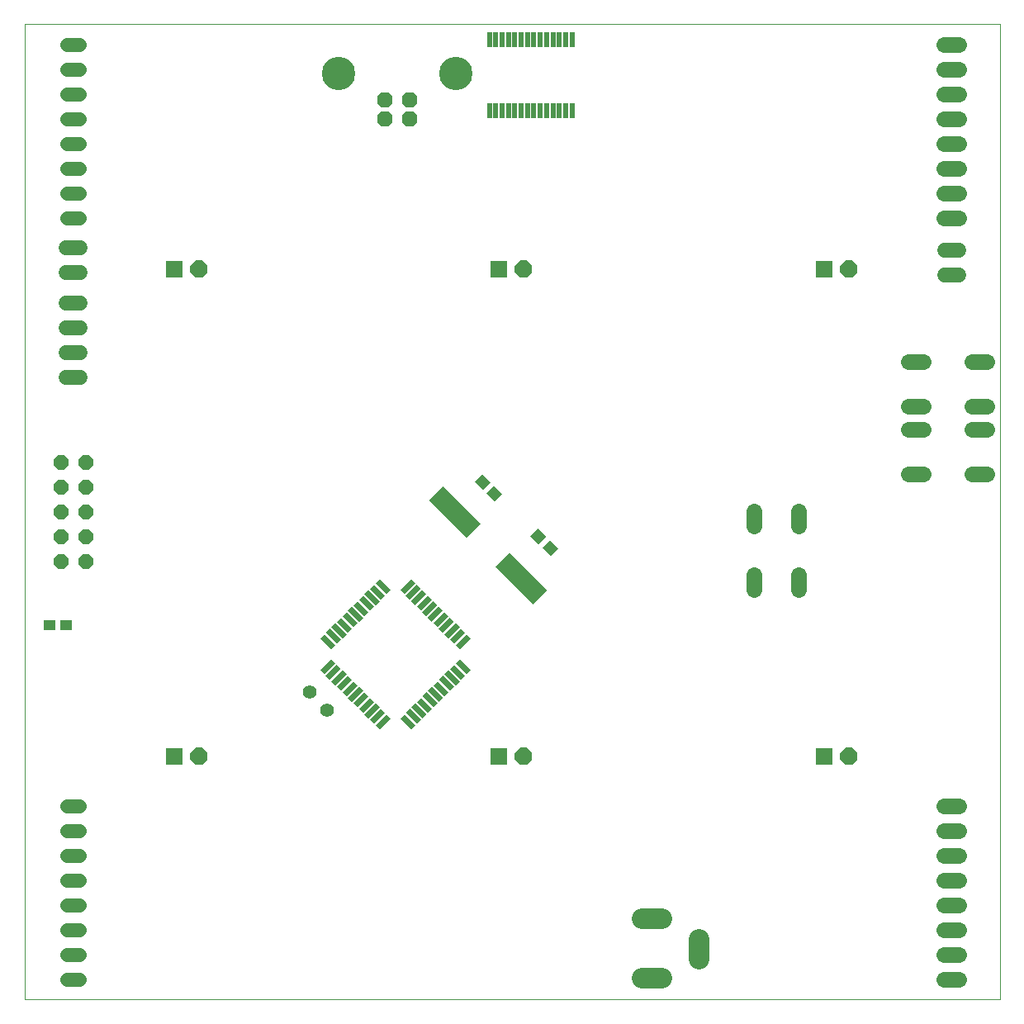
<source format=gts>
G75*
%MOIN*%
%OFA0B0*%
%FSLAX24Y24*%
%IPPOS*%
%LPD*%
%AMOC8*
5,1,8,0,0,1.08239X$1,22.5*
%
%ADD10C,0.0000*%
%ADD11R,0.0631X0.0237*%
%ADD12R,0.0237X0.0631*%
%ADD13R,0.2140X0.0800*%
%ADD14C,0.0560*%
%ADD15C,0.0640*%
%ADD16C,0.0827*%
%ADD17R,0.0700X0.0700*%
%ADD18OC8,0.0700*%
%ADD19C,0.0560*%
%ADD20R,0.0473X0.0434*%
%ADD21OC8,0.0614*%
%ADD22C,0.1346*%
%ADD23R,0.0197X0.0631*%
%ADD24OC8,0.0600*%
%ADD25C,0.0600*%
D10*
X001661Y002241D02*
X001661Y041611D01*
X041032Y041611D01*
X041032Y002241D01*
X001661Y002241D01*
D11*
G36*
X014272Y014882D02*
X014717Y015327D01*
X014884Y015160D01*
X014439Y014715D01*
X014272Y014882D01*
G37*
G36*
X014049Y015104D02*
X014494Y015549D01*
X014661Y015382D01*
X014216Y014937D01*
X014049Y015104D01*
G37*
G36*
X013826Y015327D02*
X014271Y015772D01*
X014438Y015605D01*
X013993Y015160D01*
X013826Y015327D01*
G37*
G36*
X013604Y015550D02*
X014049Y015995D01*
X014216Y015828D01*
X013771Y015383D01*
X013604Y015550D01*
G37*
G36*
X014495Y014659D02*
X014940Y015104D01*
X015107Y014937D01*
X014662Y014492D01*
X014495Y014659D01*
G37*
G36*
X014717Y014436D02*
X015162Y014881D01*
X015329Y014714D01*
X014884Y014269D01*
X014717Y014436D01*
G37*
G36*
X014940Y014213D02*
X015385Y014658D01*
X015552Y014491D01*
X015107Y014046D01*
X014940Y014213D01*
G37*
G36*
X015163Y013991D02*
X015608Y014436D01*
X015775Y014269D01*
X015330Y013824D01*
X015163Y013991D01*
G37*
G36*
X015385Y013768D02*
X015830Y014213D01*
X015997Y014046D01*
X015552Y013601D01*
X015385Y013768D01*
G37*
G36*
X015608Y013545D02*
X016053Y013990D01*
X016220Y013823D01*
X015775Y013378D01*
X015608Y013545D01*
G37*
G36*
X015831Y013323D02*
X016276Y013768D01*
X016443Y013601D01*
X015998Y013156D01*
X015831Y013323D01*
G37*
G36*
X019060Y016552D02*
X019505Y016997D01*
X019672Y016830D01*
X019227Y016385D01*
X019060Y016552D01*
G37*
G36*
X018837Y016775D02*
X019282Y017220D01*
X019449Y017053D01*
X019004Y016608D01*
X018837Y016775D01*
G37*
G36*
X018615Y016997D02*
X019060Y017442D01*
X019227Y017275D01*
X018782Y016830D01*
X018615Y016997D01*
G37*
G36*
X018392Y017220D02*
X018837Y017665D01*
X019004Y017498D01*
X018559Y017053D01*
X018392Y017220D01*
G37*
G36*
X018169Y017443D02*
X018614Y017888D01*
X018781Y017721D01*
X018336Y017276D01*
X018169Y017443D01*
G37*
G36*
X017947Y017665D02*
X018392Y018110D01*
X018559Y017943D01*
X018114Y017498D01*
X017947Y017665D01*
G37*
G36*
X017724Y017888D02*
X018169Y018333D01*
X018336Y018166D01*
X017891Y017721D01*
X017724Y017888D01*
G37*
G36*
X017501Y018111D02*
X017946Y018556D01*
X018113Y018389D01*
X017668Y017944D01*
X017501Y018111D01*
G37*
G36*
X017278Y018334D02*
X017723Y018779D01*
X017890Y018612D01*
X017445Y018167D01*
X017278Y018334D01*
G37*
G36*
X017056Y018556D02*
X017501Y019001D01*
X017668Y018834D01*
X017223Y018389D01*
X017056Y018556D01*
G37*
G36*
X016833Y018779D02*
X017278Y019224D01*
X017445Y019057D01*
X017000Y018612D01*
X016833Y018779D01*
G37*
D12*
G36*
X015831Y019057D02*
X015998Y019224D01*
X016443Y018779D01*
X016276Y018612D01*
X015831Y019057D01*
G37*
G36*
X015608Y018834D02*
X015775Y019001D01*
X016220Y018556D01*
X016053Y018389D01*
X015608Y018834D01*
G37*
G36*
X015385Y018612D02*
X015552Y018779D01*
X015997Y018334D01*
X015830Y018167D01*
X015385Y018612D01*
G37*
G36*
X015163Y018389D02*
X015330Y018556D01*
X015775Y018111D01*
X015608Y017944D01*
X015163Y018389D01*
G37*
G36*
X014940Y018166D02*
X015107Y018333D01*
X015552Y017888D01*
X015385Y017721D01*
X014940Y018166D01*
G37*
G36*
X014717Y017943D02*
X014884Y018110D01*
X015329Y017665D01*
X015162Y017498D01*
X014717Y017943D01*
G37*
G36*
X014495Y017721D02*
X014662Y017888D01*
X015107Y017443D01*
X014940Y017276D01*
X014495Y017721D01*
G37*
G36*
X014272Y017498D02*
X014439Y017665D01*
X014884Y017220D01*
X014717Y017053D01*
X014272Y017498D01*
G37*
G36*
X014049Y017275D02*
X014216Y017442D01*
X014661Y016997D01*
X014494Y016830D01*
X014049Y017275D01*
G37*
G36*
X013826Y017053D02*
X013993Y017220D01*
X014438Y016775D01*
X014271Y016608D01*
X013826Y017053D01*
G37*
G36*
X013604Y016830D02*
X013771Y016997D01*
X014216Y016552D01*
X014049Y016385D01*
X013604Y016830D01*
G37*
G36*
X016833Y013601D02*
X017000Y013768D01*
X017445Y013323D01*
X017278Y013156D01*
X016833Y013601D01*
G37*
G36*
X017056Y013823D02*
X017223Y013990D01*
X017668Y013545D01*
X017501Y013378D01*
X017056Y013823D01*
G37*
G36*
X017278Y014046D02*
X017445Y014213D01*
X017890Y013768D01*
X017723Y013601D01*
X017278Y014046D01*
G37*
G36*
X017501Y014269D02*
X017668Y014436D01*
X018113Y013991D01*
X017946Y013824D01*
X017501Y014269D01*
G37*
G36*
X017724Y014491D02*
X017891Y014658D01*
X018336Y014213D01*
X018169Y014046D01*
X017724Y014491D01*
G37*
G36*
X017947Y014714D02*
X018114Y014881D01*
X018559Y014436D01*
X018392Y014269D01*
X017947Y014714D01*
G37*
G36*
X018169Y014937D02*
X018336Y015104D01*
X018781Y014659D01*
X018614Y014492D01*
X018169Y014937D01*
G37*
G36*
X018392Y015160D02*
X018559Y015327D01*
X019004Y014882D01*
X018837Y014715D01*
X018392Y015160D01*
G37*
G36*
X018615Y015382D02*
X018782Y015549D01*
X019227Y015104D01*
X019060Y014937D01*
X018615Y015382D01*
G37*
G36*
X018837Y015605D02*
X019004Y015772D01*
X019449Y015327D01*
X019282Y015160D01*
X018837Y015605D01*
G37*
G36*
X019060Y015828D02*
X019227Y015995D01*
X019672Y015550D01*
X019505Y015383D01*
X019060Y015828D01*
G37*
D13*
G36*
X021241Y020275D02*
X022753Y018763D01*
X022187Y018197D01*
X020675Y019709D01*
X021241Y020275D01*
G37*
G36*
X018554Y022962D02*
X020066Y021450D01*
X019500Y020884D01*
X017988Y022396D01*
X018554Y022962D01*
G37*
D14*
X013166Y014646D03*
X013873Y013939D03*
D15*
X031114Y018791D02*
X031114Y019391D01*
X032894Y019391D02*
X032894Y018791D01*
X032894Y021351D02*
X032894Y021951D01*
X031114Y021951D02*
X031114Y021351D01*
X037357Y023465D02*
X037957Y023465D01*
X037957Y025245D02*
X037357Y025245D01*
X037345Y026197D02*
X037945Y026197D01*
X037945Y027977D02*
X037345Y027977D01*
X039905Y027977D02*
X040505Y027977D01*
X040505Y026197D02*
X039905Y026197D01*
X039917Y025245D02*
X040517Y025245D01*
X040517Y023465D02*
X039917Y023465D01*
X039363Y033780D02*
X038763Y033780D01*
X038763Y034780D02*
X039363Y034780D01*
X039363Y035780D02*
X038763Y035780D01*
X038763Y036780D02*
X039363Y036780D01*
X039363Y037780D02*
X038763Y037780D01*
X038763Y038780D02*
X039363Y038780D01*
X039363Y039780D02*
X038763Y039780D01*
X038763Y040780D02*
X039363Y040780D01*
X039363Y010072D02*
X038763Y010072D01*
X038763Y009072D02*
X039363Y009072D01*
X039363Y008072D02*
X038763Y008072D01*
X038763Y007072D02*
X039363Y007072D01*
X039363Y006072D02*
X038763Y006072D01*
X038763Y005072D02*
X039363Y005072D01*
X039363Y004072D02*
X038763Y004072D01*
X038763Y003072D02*
X039363Y003072D01*
D16*
X028874Y003906D02*
X028874Y004694D01*
X027378Y005520D02*
X026591Y005520D01*
X026591Y003119D02*
X027378Y003119D01*
D17*
X033937Y012044D03*
X020807Y012044D03*
X007717Y012044D03*
X007717Y031729D03*
X020807Y031729D03*
X033937Y031729D03*
D18*
X034937Y031729D03*
X021807Y031729D03*
X008717Y031729D03*
X008717Y012044D03*
X021807Y012044D03*
X034937Y012044D03*
D19*
X003890Y010072D02*
X003370Y010072D01*
X003370Y009072D02*
X003890Y009072D01*
X003890Y008072D02*
X003370Y008072D01*
X003370Y007072D02*
X003890Y007072D01*
X003890Y006072D02*
X003370Y006072D01*
X003370Y005072D02*
X003890Y005072D01*
X003890Y004072D02*
X003370Y004072D01*
X003370Y003072D02*
X003890Y003072D01*
X003890Y033780D02*
X003370Y033780D01*
X003370Y034780D02*
X003890Y034780D01*
X003890Y035780D02*
X003370Y035780D01*
X003370Y036780D02*
X003890Y036780D01*
X003890Y037780D02*
X003370Y037780D01*
X003370Y038780D02*
X003890Y038780D01*
X003890Y039780D02*
X003370Y039780D01*
X003370Y040780D02*
X003890Y040780D01*
D20*
G36*
X020178Y022823D02*
X019845Y023156D01*
X020152Y023463D01*
X020485Y023130D01*
X020178Y022823D01*
G37*
G36*
X020651Y022350D02*
X020318Y022683D01*
X020625Y022990D01*
X020958Y022657D01*
X020651Y022350D01*
G37*
G36*
X022422Y020626D02*
X022089Y020959D01*
X022396Y021266D01*
X022729Y020933D01*
X022422Y020626D01*
G37*
G36*
X022895Y020153D02*
X022562Y020486D01*
X022869Y020793D01*
X023202Y020460D01*
X022895Y020153D01*
G37*
X003343Y017359D03*
X002673Y017359D03*
D21*
X016213Y037776D03*
X016213Y038564D03*
X017197Y038564D03*
X017197Y037776D03*
D22*
X019075Y039631D03*
X014335Y039631D03*
D23*
X020435Y040991D03*
X020691Y040991D03*
X020947Y040991D03*
X021203Y040991D03*
X021459Y040991D03*
X021715Y040991D03*
X021971Y040991D03*
X022226Y040991D03*
X022482Y040991D03*
X022738Y040991D03*
X022994Y040991D03*
X023250Y040991D03*
X023506Y040991D03*
X023762Y040991D03*
X023762Y038137D03*
X023506Y038137D03*
X023250Y038137D03*
X022994Y038137D03*
X022738Y038137D03*
X022482Y038137D03*
X022226Y038137D03*
X021971Y038137D03*
X021715Y038137D03*
X021459Y038137D03*
X021203Y038137D03*
X020947Y038137D03*
X020691Y038137D03*
X020435Y038137D03*
D24*
X004130Y023926D03*
X003130Y023926D03*
X003130Y022926D03*
X004130Y022926D03*
X004130Y021926D03*
X003130Y021926D03*
X003130Y020926D03*
X004130Y020926D03*
X004130Y019926D03*
X003130Y019926D03*
D25*
X003350Y027355D02*
X003910Y027355D01*
X003910Y028355D02*
X003350Y028355D01*
X003350Y029355D02*
X003910Y029355D01*
X003910Y030355D02*
X003350Y030355D01*
X003350Y031583D02*
X003910Y031583D01*
X003910Y032583D02*
X003350Y032583D01*
X038822Y032505D02*
X039382Y032505D01*
X039382Y031505D02*
X038822Y031505D01*
M02*

</source>
